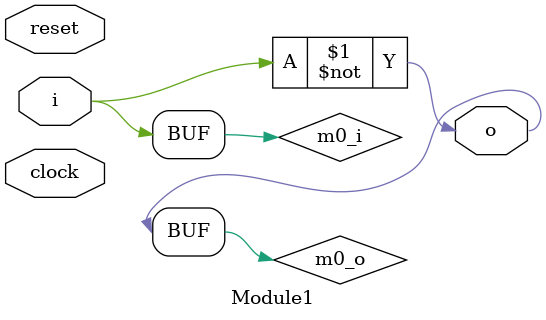
<source format=v>
module Module1(
  input   clock,
  input   reset,
  input   i,
  output  o
);
  wire  m0_i;
  wire  m0_o;
  assign m0_o = ~m0_i; // @[TraceSpec.scala 228:12]
  assign o = m0_o; // @[TraceSpec.scala 236:9]
  assign m0_i = i; // @[TraceSpec.scala 235:12]
endmodule

</source>
